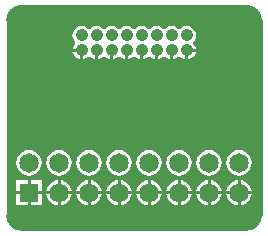
<source format=gbl>
G04*
G04 #@! TF.GenerationSoftware,Altium Limited,Altium Designer,19.1.7 (138)*
G04*
G04 Layer_Physical_Order=2*
G04 Layer_Color=16711680*
%FSLAX25Y25*%
%MOIN*%
G70*
G01*
G75*
%ADD11C,0.00100*%
%ADD17C,0.04134*%
%ADD18C,0.06496*%
%ADD19R,0.06496X0.06496*%
%ADD20C,0.02400*%
G36*
X180000Y175000D02*
X180492Y175000D01*
X181458Y174808D01*
X182368Y174431D01*
X183187Y173884D01*
X183884Y173187D01*
X184431Y172368D01*
X184808Y171458D01*
X185000Y170492D01*
X185000Y170000D01*
X185000D01*
X185000Y170000D01*
X185000Y105000D01*
X185000Y104508D01*
X184808Y103542D01*
X184431Y102632D01*
X183884Y101813D01*
X183187Y101116D01*
X182368Y100569D01*
X181458Y100192D01*
X180492Y100000D01*
X180000Y100000D01*
X105000Y100000D01*
X104508D01*
X103542Y100192D01*
X102632Y100569D01*
X101813Y101116D01*
X101116Y101813D01*
X100569Y102632D01*
X100192Y103542D01*
X100000Y104508D01*
X100000Y105000D01*
X100000D01*
Y170000D01*
Y170492D01*
X100192Y171458D01*
X100569Y172368D01*
X101116Y173187D01*
X101813Y173884D01*
X102632Y174431D01*
X103542Y174808D01*
X104508Y175000D01*
X105000Y175000D01*
X105000Y175000D01*
X180000Y175000D01*
D02*
G37*
%LPC*%
G36*
X160000Y168093D02*
X159199Y167988D01*
X158453Y167679D01*
X157816Y167190D01*
X157702Y167106D01*
X157298D01*
X157184Y167190D01*
X156547Y167679D01*
X155801Y167988D01*
X155000Y168093D01*
X154199Y167988D01*
X153453Y167679D01*
X152816Y167190D01*
X152702Y167106D01*
X152298D01*
X152184Y167190D01*
X151547Y167679D01*
X150801Y167988D01*
X150000Y168093D01*
X149199Y167988D01*
X148453Y167679D01*
X147816Y167190D01*
X147702Y167106D01*
X147298D01*
X147184Y167190D01*
X146547Y167679D01*
X145801Y167988D01*
X145000Y168093D01*
X144199Y167988D01*
X143453Y167679D01*
X142816Y167190D01*
X142702Y167106D01*
X142298D01*
X142184Y167190D01*
X141547Y167679D01*
X140801Y167988D01*
X140000Y168093D01*
X139199Y167988D01*
X138453Y167679D01*
X137816Y167190D01*
X137702Y167106D01*
X137298D01*
X137184Y167190D01*
X136547Y167679D01*
X135801Y167988D01*
X135000Y168093D01*
X134199Y167988D01*
X133453Y167679D01*
X132816Y167190D01*
X132702Y167106D01*
X132298D01*
X132184Y167190D01*
X131547Y167679D01*
X130801Y167988D01*
X130000Y168093D01*
X129199Y167988D01*
X128453Y167679D01*
X127816Y167190D01*
X127702Y167106D01*
X127298D01*
X127184Y167190D01*
X126547Y167679D01*
X125801Y167988D01*
X125000Y168093D01*
X124199Y167988D01*
X123453Y167679D01*
X122813Y167187D01*
X122321Y166547D01*
X122012Y165801D01*
X121907Y165000D01*
X122012Y164199D01*
X122321Y163453D01*
X122810Y162816D01*
X122894Y162702D01*
Y162298D01*
X122810Y162184D01*
X122321Y161547D01*
X122012Y160801D01*
X121972Y160500D01*
X125000D01*
Y160000D01*
X125500D01*
Y156972D01*
X125801Y157012D01*
X126547Y157321D01*
X127184Y157810D01*
X127298Y157894D01*
X127702D01*
X127816Y157810D01*
X128453Y157321D01*
X129199Y157012D01*
X129500Y156972D01*
Y160000D01*
X130500D01*
Y156972D01*
X130801Y157012D01*
X131547Y157321D01*
X132184Y157810D01*
X132298Y157894D01*
X132702D01*
X132816Y157810D01*
X133453Y157321D01*
X134199Y157012D01*
X134500Y156972D01*
Y160000D01*
X135500D01*
Y156972D01*
X135801Y157012D01*
X136547Y157321D01*
X137184Y157810D01*
X137298Y157894D01*
X137702D01*
X137816Y157810D01*
X138453Y157321D01*
X139199Y157012D01*
X139500Y156972D01*
Y160000D01*
X140500D01*
Y156972D01*
X140801Y157012D01*
X141547Y157321D01*
X142184Y157810D01*
X142298Y157894D01*
X142702D01*
X142816Y157810D01*
X143453Y157321D01*
X144199Y157012D01*
X144500Y156972D01*
Y160000D01*
X145500D01*
Y156972D01*
X145801Y157012D01*
X146547Y157321D01*
X147184Y157810D01*
X147298Y157894D01*
X147702D01*
X147816Y157810D01*
X148453Y157321D01*
X149199Y157012D01*
X149500Y156972D01*
Y160000D01*
X150500D01*
Y156972D01*
X150801Y157012D01*
X151547Y157321D01*
X152184Y157810D01*
X152298Y157894D01*
X152702D01*
X152816Y157810D01*
X153453Y157321D01*
X154199Y157012D01*
X154500Y156972D01*
Y160000D01*
X155500D01*
Y156972D01*
X155801Y157012D01*
X156547Y157321D01*
X157184Y157810D01*
X157298Y157894D01*
X157702D01*
X157816Y157810D01*
X158453Y157321D01*
X159199Y157012D01*
X159500Y156972D01*
Y160000D01*
X160000D01*
Y160500D01*
X163028D01*
X162988Y160801D01*
X162679Y161547D01*
X162190Y162184D01*
X162106Y162298D01*
Y162702D01*
X162190Y162816D01*
X162679Y163453D01*
X162988Y164199D01*
X163093Y165000D01*
X162988Y165801D01*
X162679Y166547D01*
X162187Y167187D01*
X161547Y167679D01*
X160801Y167988D01*
X160000Y168093D01*
D02*
G37*
G36*
X163028Y159500D02*
X160500D01*
Y156972D01*
X160801Y157012D01*
X161547Y157321D01*
X162187Y157813D01*
X162679Y158453D01*
X162988Y159199D01*
X163028Y159500D01*
D02*
G37*
G36*
X124500D02*
X121972D01*
X122012Y159199D01*
X122321Y158453D01*
X122813Y157813D01*
X123453Y157321D01*
X124199Y157012D01*
X124500Y156972D01*
Y159500D01*
D02*
G37*
G36*
X177500Y126785D02*
X176391Y126639D01*
X175358Y126211D01*
X174470Y125530D01*
X173789Y124642D01*
X173361Y123609D01*
X173215Y122500D01*
X173361Y121391D01*
X173789Y120358D01*
X174470Y119470D01*
X175358Y118789D01*
X176391Y118361D01*
X177500Y118215D01*
X178609Y118361D01*
X179642Y118789D01*
X180530Y119470D01*
X181211Y120358D01*
X181639Y121391D01*
X181785Y122500D01*
X181639Y123609D01*
X181211Y124642D01*
X180530Y125530D01*
X179642Y126211D01*
X178609Y126639D01*
X177500Y126785D01*
D02*
G37*
G36*
X167500D02*
X166391Y126639D01*
X165358Y126211D01*
X164470Y125530D01*
X163789Y124642D01*
X163361Y123609D01*
X163215Y122500D01*
X163361Y121391D01*
X163789Y120358D01*
X164470Y119470D01*
X165358Y118789D01*
X166391Y118361D01*
X167500Y118215D01*
X168609Y118361D01*
X169642Y118789D01*
X170530Y119470D01*
X171211Y120358D01*
X171639Y121391D01*
X171785Y122500D01*
X171639Y123609D01*
X171211Y124642D01*
X170530Y125530D01*
X169642Y126211D01*
X168609Y126639D01*
X167500Y126785D01*
D02*
G37*
G36*
X157500D02*
X156391Y126639D01*
X155358Y126211D01*
X154470Y125530D01*
X153789Y124642D01*
X153361Y123609D01*
X153215Y122500D01*
X153361Y121391D01*
X153789Y120358D01*
X154470Y119470D01*
X155358Y118789D01*
X156391Y118361D01*
X157500Y118215D01*
X158609Y118361D01*
X159642Y118789D01*
X160530Y119470D01*
X161211Y120358D01*
X161639Y121391D01*
X161785Y122500D01*
X161639Y123609D01*
X161211Y124642D01*
X160530Y125530D01*
X159642Y126211D01*
X158609Y126639D01*
X157500Y126785D01*
D02*
G37*
G36*
X147500D02*
X146391Y126639D01*
X145358Y126211D01*
X144470Y125530D01*
X143789Y124642D01*
X143361Y123609D01*
X143215Y122500D01*
X143361Y121391D01*
X143789Y120358D01*
X144470Y119470D01*
X145358Y118789D01*
X146391Y118361D01*
X147500Y118215D01*
X148609Y118361D01*
X149642Y118789D01*
X150530Y119470D01*
X151211Y120358D01*
X151639Y121391D01*
X151785Y122500D01*
X151639Y123609D01*
X151211Y124642D01*
X150530Y125530D01*
X149642Y126211D01*
X148609Y126639D01*
X147500Y126785D01*
D02*
G37*
G36*
X137500D02*
X136391Y126639D01*
X135358Y126211D01*
X134470Y125530D01*
X133789Y124642D01*
X133361Y123609D01*
X133215Y122500D01*
X133361Y121391D01*
X133789Y120358D01*
X134470Y119470D01*
X135358Y118789D01*
X136391Y118361D01*
X137500Y118215D01*
X138609Y118361D01*
X139642Y118789D01*
X140530Y119470D01*
X141211Y120358D01*
X141639Y121391D01*
X141785Y122500D01*
X141639Y123609D01*
X141211Y124642D01*
X140530Y125530D01*
X139642Y126211D01*
X138609Y126639D01*
X137500Y126785D01*
D02*
G37*
G36*
X127500D02*
X126391Y126639D01*
X125358Y126211D01*
X124470Y125530D01*
X123789Y124642D01*
X123361Y123609D01*
X123215Y122500D01*
X123361Y121391D01*
X123789Y120358D01*
X124470Y119470D01*
X125358Y118789D01*
X126391Y118361D01*
X127500Y118215D01*
X128609Y118361D01*
X129642Y118789D01*
X130530Y119470D01*
X131211Y120358D01*
X131639Y121391D01*
X131785Y122500D01*
X131639Y123609D01*
X131211Y124642D01*
X130530Y125530D01*
X129642Y126211D01*
X128609Y126639D01*
X127500Y126785D01*
D02*
G37*
G36*
X117500D02*
X116391Y126639D01*
X115358Y126211D01*
X114470Y125530D01*
X113789Y124642D01*
X113361Y123609D01*
X113215Y122500D01*
X113361Y121391D01*
X113789Y120358D01*
X114470Y119470D01*
X115358Y118789D01*
X116391Y118361D01*
X117500Y118215D01*
X118609Y118361D01*
X119642Y118789D01*
X120530Y119470D01*
X121211Y120358D01*
X121639Y121391D01*
X121785Y122500D01*
X121639Y123609D01*
X121211Y124642D01*
X120530Y125530D01*
X119642Y126211D01*
X118609Y126639D01*
X117500Y126785D01*
D02*
G37*
G36*
X107500D02*
X106391Y126639D01*
X105358Y126211D01*
X104470Y125530D01*
X103789Y124642D01*
X103361Y123609D01*
X103215Y122500D01*
X103361Y121391D01*
X103789Y120358D01*
X104470Y119470D01*
X105358Y118789D01*
X106391Y118361D01*
X107500Y118215D01*
X108609Y118361D01*
X109642Y118789D01*
X110530Y119470D01*
X111211Y120358D01*
X111639Y121391D01*
X111785Y122500D01*
X111639Y123609D01*
X111211Y124642D01*
X110530Y125530D01*
X109642Y126211D01*
X108609Y126639D01*
X107500Y126785D01*
D02*
G37*
G36*
X178000Y116719D02*
Y113000D01*
X181719D01*
X181639Y113609D01*
X181211Y114642D01*
X180530Y115530D01*
X179642Y116211D01*
X178609Y116639D01*
X178000Y116719D01*
D02*
G37*
G36*
X177000D02*
X176391Y116639D01*
X175358Y116211D01*
X174470Y115530D01*
X173789Y114642D01*
X173361Y113609D01*
X173281Y113000D01*
X177000D01*
Y116719D01*
D02*
G37*
G36*
X168000D02*
Y113000D01*
X171719D01*
X171639Y113609D01*
X171211Y114642D01*
X170530Y115530D01*
X169642Y116211D01*
X168609Y116639D01*
X168000Y116719D01*
D02*
G37*
G36*
X167000D02*
X166391Y116639D01*
X165358Y116211D01*
X164470Y115530D01*
X163789Y114642D01*
X163361Y113609D01*
X163281Y113000D01*
X167000D01*
Y116719D01*
D02*
G37*
G36*
X158000D02*
Y113000D01*
X161719D01*
X161639Y113609D01*
X161211Y114642D01*
X160530Y115530D01*
X159642Y116211D01*
X158609Y116639D01*
X158000Y116719D01*
D02*
G37*
G36*
X157000D02*
X156391Y116639D01*
X155358Y116211D01*
X154470Y115530D01*
X153789Y114642D01*
X153361Y113609D01*
X153281Y113000D01*
X157000D01*
Y116719D01*
D02*
G37*
G36*
X148000D02*
Y113000D01*
X151719D01*
X151639Y113609D01*
X151211Y114642D01*
X150530Y115530D01*
X149642Y116211D01*
X148609Y116639D01*
X148000Y116719D01*
D02*
G37*
G36*
X147000D02*
X146391Y116639D01*
X145358Y116211D01*
X144470Y115530D01*
X143789Y114642D01*
X143361Y113609D01*
X143281Y113000D01*
X147000D01*
Y116719D01*
D02*
G37*
G36*
X138000D02*
Y113000D01*
X141719D01*
X141639Y113609D01*
X141211Y114642D01*
X140530Y115530D01*
X139642Y116211D01*
X138609Y116639D01*
X138000Y116719D01*
D02*
G37*
G36*
X137000D02*
X136391Y116639D01*
X135358Y116211D01*
X134470Y115530D01*
X133789Y114642D01*
X133361Y113609D01*
X133281Y113000D01*
X137000D01*
Y116719D01*
D02*
G37*
G36*
X128000D02*
Y113000D01*
X131719D01*
X131639Y113609D01*
X131211Y114642D01*
X130530Y115530D01*
X129642Y116211D01*
X128609Y116639D01*
X128000Y116719D01*
D02*
G37*
G36*
X127000D02*
X126391Y116639D01*
X125358Y116211D01*
X124470Y115530D01*
X123789Y114642D01*
X123361Y113609D01*
X123281Y113000D01*
X127000D01*
Y116719D01*
D02*
G37*
G36*
X118000D02*
Y113000D01*
X121719D01*
X121639Y113609D01*
X121211Y114642D01*
X120530Y115530D01*
X119642Y116211D01*
X118609Y116639D01*
X118000Y116719D01*
D02*
G37*
G36*
X117000D02*
X116391Y116639D01*
X115358Y116211D01*
X114470Y115530D01*
X113789Y114642D01*
X113361Y113609D01*
X113281Y113000D01*
X117000D01*
Y116719D01*
D02*
G37*
G36*
X111748Y116748D02*
X108000D01*
Y113000D01*
X111748D01*
Y116748D01*
D02*
G37*
G36*
X107000D02*
X103252D01*
Y113000D01*
X107000D01*
Y116748D01*
D02*
G37*
G36*
X167000Y112000D02*
X163281D01*
X163361Y111391D01*
X163789Y110358D01*
X164470Y109470D01*
X165358Y108789D01*
X166391Y108361D01*
X167000Y108281D01*
Y112000D01*
D02*
G37*
G36*
X161719D02*
X158000D01*
Y108281D01*
X158609Y108361D01*
X159642Y108789D01*
X160530Y109470D01*
X161211Y110358D01*
X161639Y111391D01*
X161719Y112000D01*
D02*
G37*
G36*
X157000D02*
X153281D01*
X153361Y111391D01*
X153789Y110358D01*
X154470Y109470D01*
X155358Y108789D01*
X156391Y108361D01*
X157000Y108281D01*
Y112000D01*
D02*
G37*
G36*
X151719D02*
X148000D01*
Y108281D01*
X148609Y108361D01*
X149642Y108789D01*
X150530Y109470D01*
X151211Y110358D01*
X151639Y111391D01*
X151719Y112000D01*
D02*
G37*
G36*
X147000D02*
X143281D01*
X143361Y111391D01*
X143789Y110358D01*
X144470Y109470D01*
X145358Y108789D01*
X146391Y108361D01*
X147000Y108281D01*
Y112000D01*
D02*
G37*
G36*
X141719D02*
X138000D01*
Y108281D01*
X138609Y108361D01*
X139642Y108789D01*
X140530Y109470D01*
X141211Y110358D01*
X141639Y111391D01*
X141719Y112000D01*
D02*
G37*
G36*
X137000D02*
X133281D01*
X133361Y111391D01*
X133789Y110358D01*
X134470Y109470D01*
X135358Y108789D01*
X136391Y108361D01*
X137000Y108281D01*
Y112000D01*
D02*
G37*
G36*
X131719D02*
X128000D01*
Y108281D01*
X128609Y108361D01*
X129642Y108789D01*
X130530Y109470D01*
X131211Y110358D01*
X131639Y111391D01*
X131719Y112000D01*
D02*
G37*
G36*
X127000D02*
X123281D01*
X123361Y111391D01*
X123789Y110358D01*
X124470Y109470D01*
X125358Y108789D01*
X126391Y108361D01*
X127000Y108281D01*
Y112000D01*
D02*
G37*
G36*
X121719D02*
X118000D01*
Y108281D01*
X118609Y108361D01*
X119642Y108789D01*
X120530Y109470D01*
X121211Y110358D01*
X121639Y111391D01*
X121719Y112000D01*
D02*
G37*
G36*
X117000D02*
X113281D01*
X113361Y111391D01*
X113789Y110358D01*
X114470Y109470D01*
X115358Y108789D01*
X116391Y108361D01*
X117000Y108281D01*
Y112000D01*
D02*
G37*
G36*
X181719D02*
X178000D01*
Y108281D01*
X178609Y108361D01*
X179642Y108789D01*
X180530Y109470D01*
X181211Y110358D01*
X181639Y111391D01*
X181719Y112000D01*
D02*
G37*
G36*
X177000D02*
X173281D01*
X173361Y111391D01*
X173789Y110358D01*
X174470Y109470D01*
X175358Y108789D01*
X176391Y108361D01*
X177000Y108281D01*
Y112000D01*
D02*
G37*
G36*
X171719D02*
X168000D01*
Y108281D01*
X168609Y108361D01*
X169642Y108789D01*
X170530Y109470D01*
X171211Y110358D01*
X171639Y111391D01*
X171719Y112000D01*
D02*
G37*
G36*
X111748D02*
X108000D01*
Y108252D01*
X111748D01*
Y112000D01*
D02*
G37*
G36*
X107000D02*
X103252D01*
Y108252D01*
X107000D01*
Y112000D01*
D02*
G37*
%LPD*%
D11*
X105000Y175000D02*
G03*
X100000Y170000I0J-5000D01*
G01*
X185000D02*
G03*
X180000Y175000I-5000J0D01*
G01*
Y100000D02*
G03*
X185000Y105000I0J5000D01*
G01*
X100000D02*
G03*
X105000Y100000I5000J0D01*
G01*
Y100000D02*
X180000Y100000D01*
X105000Y175000D02*
X180000Y175000D01*
X185000Y105000D02*
Y170000D01*
X100000Y105000D02*
Y170000D01*
D17*
X160000Y165000D02*
D03*
X155000D02*
D03*
X160000Y160000D02*
D03*
X155000D02*
D03*
X150000Y165000D02*
D03*
X145000D02*
D03*
X150000Y160000D02*
D03*
X145000D02*
D03*
X140000Y165000D02*
D03*
Y160000D02*
D03*
X135000Y165000D02*
D03*
X130000D02*
D03*
X135000Y160000D02*
D03*
X130000D02*
D03*
X125000Y165000D02*
D03*
Y160000D02*
D03*
D18*
X157500Y122500D02*
D03*
Y112500D02*
D03*
X147500Y122500D02*
D03*
Y112500D02*
D03*
X117500Y122500D02*
D03*
Y112500D02*
D03*
X107500Y122500D02*
D03*
X127500Y112500D02*
D03*
Y122500D02*
D03*
X137500Y112500D02*
D03*
Y122500D02*
D03*
X167500Y112500D02*
D03*
X177500D02*
D03*
X167500Y122500D02*
D03*
X177500D02*
D03*
D19*
X107500Y112500D02*
D03*
D20*
X173000Y163000D02*
D03*
X167000D02*
D03*
X173000Y144000D02*
D03*
X167000D02*
D03*
X171000Y131000D02*
D03*
X179000Y163000D02*
D03*
X118000D02*
D03*
X106000D02*
D03*
X112000D02*
D03*
X106000Y144000D02*
D03*
X112000D02*
D03*
X124000Y145500D02*
D03*
X161000D02*
D03*
X179000Y144000D02*
D03*
X118000D02*
D03*
X149000Y131000D02*
D03*
X136000D02*
D03*
X156000D02*
D03*
X129000D02*
D03*
X114000D02*
D03*
X179000D02*
D03*
X164000D02*
D03*
X106000D02*
D03*
X121000D02*
D03*
M02*

</source>
